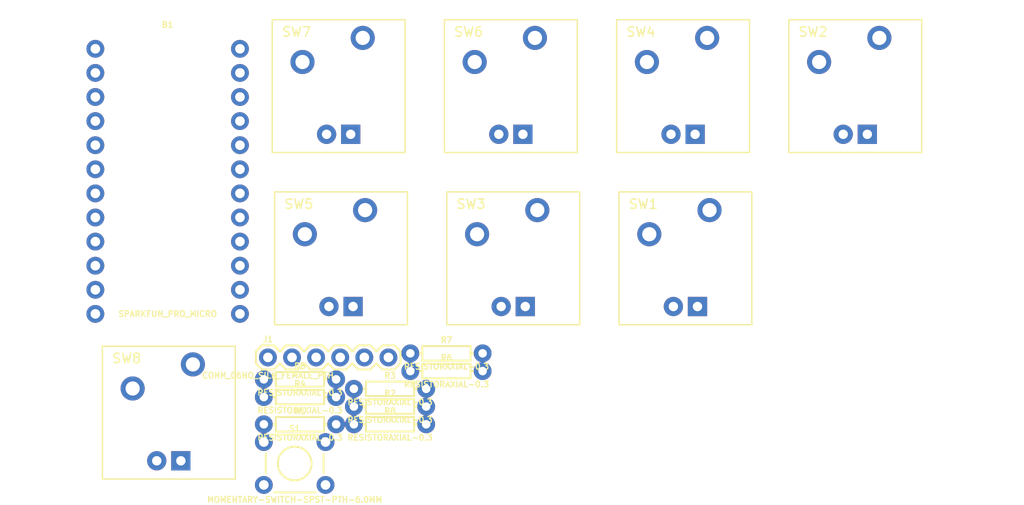
<source format=kicad_pcb>
(kicad_pcb (version 20171130) (host pcbnew 5.0.2-bee76a0~70~ubuntu18.04.1)

  (general
    (thickness 1.6)
    (drawings 0)
    (tracks 0)
    (zones 0)
    (modules 19)
    (nets 31)
  )

  (page A4)
  (layers
    (0 F.Cu signal)
    (31 B.Cu signal)
    (32 B.Adhes user)
    (33 F.Adhes user)
    (34 B.Paste user)
    (35 F.Paste user)
    (36 B.SilkS user)
    (37 F.SilkS user)
    (38 B.Mask user)
    (39 F.Mask user)
    (40 Dwgs.User user)
    (41 Cmts.User user)
    (42 Eco1.User user)
    (43 Eco2.User user)
    (44 Edge.Cuts user)
    (45 Margin user)
    (46 B.CrtYd user)
    (47 F.CrtYd user)
    (48 B.Fab user)
    (49 F.Fab user)
  )

  (setup
    (last_trace_width 0.25)
    (trace_clearance 0.2)
    (zone_clearance 0.508)
    (zone_45_only no)
    (trace_min 0.2)
    (segment_width 0.2)
    (edge_width 0.1)
    (via_size 0.8)
    (via_drill 0.4)
    (via_min_size 0.4)
    (via_min_drill 0.3)
    (uvia_size 0.3)
    (uvia_drill 0.1)
    (uvias_allowed no)
    (uvia_min_size 0.2)
    (uvia_min_drill 0.1)
    (pcb_text_width 0.3)
    (pcb_text_size 1.5 1.5)
    (mod_edge_width 0.15)
    (mod_text_size 1 1)
    (mod_text_width 0.15)
    (pad_size 1.5 1.5)
    (pad_drill 0.6)
    (pad_to_mask_clearance 0)
    (aux_axis_origin 0 0)
    (visible_elements FFFFFF7F)
    (pcbplotparams
      (layerselection 0x010fc_ffffffff)
      (usegerberextensions false)
      (usegerberattributes false)
      (usegerberadvancedattributes false)
      (creategerberjobfile false)
      (excludeedgelayer true)
      (linewidth 0.100000)
      (plotframeref false)
      (viasonmask false)
      (mode 1)
      (useauxorigin false)
      (hpglpennumber 1)
      (hpglpenspeed 20)
      (hpglpendiameter 15.000000)
      (psnegative false)
      (psa4output false)
      (plotreference true)
      (plotvalue true)
      (plotinvisibletext false)
      (padsonsilk false)
      (subtractmaskfromsilk false)
      (outputformat 1)
      (mirror false)
      (drillshape 1)
      (scaleselection 1)
      (outputdirectory ""))
  )

  (net 0 "")
  (net 1 TX)
  (net 2 RX)
  (net 3 GND)
  (net 4 LED1)
  (net 5 LED2)
  (net 6 LED3)
  (net 7 LED4)
  (net 8 LED5)
  (net 9 LED6)
  (net 10 LED7)
  (net 11 LED8)
  (net 12 KEY8)
  (net 13 KEY7)
  (net 14 KEY6)
  (net 15 KEY5)
  (net 16 KEY4)
  (net 17 KEY3)
  (net 18 KEY2)
  (net 19 KEY1)
  (net 20 VCC)
  (net 21 RESET)
  (net 22 VIN)
  (net 23 "Net-(R1-PadP$2)")
  (net 24 "Net-(R2-PadP$2)")
  (net 25 "Net-(R3-PadP$2)")
  (net 26 "Net-(R4-PadP$2)")
  (net 27 "Net-(R5-PadP$2)")
  (net 28 "Net-(R6-PadP$2)")
  (net 29 "Net-(R7-PadP$2)")
  (net 30 "Net-(R8-PadP$2)")

  (net_class Default "This is the default net class."
    (clearance 0.2)
    (trace_width 0.25)
    (via_dia 0.8)
    (via_drill 0.4)
    (uvia_dia 0.3)
    (uvia_drill 0.1)
    (add_net GND)
    (add_net KEY1)
    (add_net KEY2)
    (add_net KEY3)
    (add_net KEY4)
    (add_net KEY5)
    (add_net KEY6)
    (add_net KEY7)
    (add_net KEY8)
    (add_net LED1)
    (add_net LED2)
    (add_net LED3)
    (add_net LED4)
    (add_net LED5)
    (add_net LED6)
    (add_net LED7)
    (add_net LED8)
    (add_net "Net-(R1-PadP$2)")
    (add_net "Net-(R2-PadP$2)")
    (add_net "Net-(R3-PadP$2)")
    (add_net "Net-(R4-PadP$2)")
    (add_net "Net-(R5-PadP$2)")
    (add_net "Net-(R6-PadP$2)")
    (add_net "Net-(R7-PadP$2)")
    (add_net "Net-(R8-PadP$2)")
    (add_net RESET)
    (add_net RX)
    (add_net TX)
    (add_net VCC)
    (add_net VIN)
  )

  (module Boards:SPARKFUN_PRO_MICRO (layer F.Cu) (tedit 200000) (tstamp 5C782A77)
    (at 108.953501 90.343501)
    (descr "SPARKFUN PRO MICO FOOTPRINT (WITH USB CONNECTOR)")
    (tags "SPARKFUN PRO MICO FOOTPRINT (WITH USB CONNECTOR)")
    (path /5C4E3640)
    (attr virtual)
    (fp_text reference B1 (at 0 -15.24) (layer F.SilkS)
      (effects (font (size 0.6096 0.6096) (thickness 0.127)))
    )
    (fp_text value SPARKFUN_PRO_MICRO (at 0 15.24) (layer F.SilkS)
      (effects (font (size 0.6096 0.6096) (thickness 0.127)))
    )
    (fp_line (start -8.89 -16.51) (end -8.89 16.51) (layer Dwgs.User) (width 0.127))
    (fp_line (start -8.89 16.51) (end 8.89 16.51) (layer Dwgs.User) (width 0.127))
    (fp_line (start 8.89 16.51) (end 8.89 -16.51) (layer Dwgs.User) (width 0.127))
    (fp_line (start 8.89 -16.51) (end -8.89 -16.51) (layer Dwgs.User) (width 0.127))
    (fp_line (start -3.81 -16.51) (end -3.81 -17.78) (layer Dwgs.User) (width 0.127))
    (fp_line (start -3.81 -17.78) (end 3.81 -17.78) (layer Dwgs.User) (width 0.127))
    (fp_line (start 3.81 -17.78) (end 3.81 -16.51) (layer Dwgs.User) (width 0.127))
    (fp_text user USB (at -0.0508 -16.9164) (layer Dwgs.User)
      (effects (font (size 0.8128 0.8128) (thickness 0.1524)))
    )
    (pad 1 thru_hole circle (at -7.62 -12.7) (size 1.8796 1.8796) (drill 1.016) (layers *.Cu *.Mask)
      (net 1 TX) (solder_mask_margin 0.1016))
    (pad 2 thru_hole circle (at -7.62 -10.16) (size 1.8796 1.8796) (drill 1.016) (layers *.Cu *.Mask)
      (net 2 RX) (solder_mask_margin 0.1016))
    (pad 3 thru_hole circle (at -7.62 -7.62) (size 1.8796 1.8796) (drill 1.016) (layers *.Cu *.Mask)
      (net 3 GND) (solder_mask_margin 0.1016))
    (pad 4 thru_hole circle (at -7.62 -5.08) (size 1.8796 1.8796) (drill 1.016) (layers *.Cu *.Mask)
      (net 3 GND) (solder_mask_margin 0.1016))
    (pad 5 thru_hole circle (at -7.62 -2.54) (size 1.8796 1.8796) (drill 1.016) (layers *.Cu *.Mask)
      (net 4 LED1) (solder_mask_margin 0.1016))
    (pad 6 thru_hole circle (at -7.62 0) (size 1.8796 1.8796) (drill 1.016) (layers *.Cu *.Mask)
      (net 5 LED2) (solder_mask_margin 0.1016))
    (pad 7 thru_hole circle (at -7.62 2.54) (size 1.8796 1.8796) (drill 1.016) (layers *.Cu *.Mask)
      (net 6 LED3) (solder_mask_margin 0.1016))
    (pad 8 thru_hole circle (at -7.62 5.08) (size 1.8796 1.8796) (drill 1.016) (layers *.Cu *.Mask)
      (net 7 LED4) (solder_mask_margin 0.1016))
    (pad 9 thru_hole circle (at -7.62 7.62) (size 1.8796 1.8796) (drill 1.016) (layers *.Cu *.Mask)
      (net 8 LED5) (solder_mask_margin 0.1016))
    (pad 10 thru_hole circle (at -7.62 10.16) (size 1.8796 1.8796) (drill 1.016) (layers *.Cu *.Mask)
      (net 9 LED6) (solder_mask_margin 0.1016))
    (pad 11 thru_hole circle (at -7.62 12.7) (size 1.8796 1.8796) (drill 1.016) (layers *.Cu *.Mask)
      (net 10 LED7) (solder_mask_margin 0.1016))
    (pad 12 thru_hole circle (at -7.62 15.24) (size 1.8796 1.8796) (drill 1.016) (layers *.Cu *.Mask)
      (net 11 LED8) (solder_mask_margin 0.1016))
    (pad 13 thru_hole circle (at 7.62 15.24) (size 1.8796 1.8796) (drill 1.016) (layers *.Cu *.Mask)
      (net 12 KEY8) (solder_mask_margin 0.1016))
    (pad 14 thru_hole circle (at 7.62 12.7) (size 1.8796 1.8796) (drill 1.016) (layers *.Cu *.Mask)
      (net 13 KEY7) (solder_mask_margin 0.1016))
    (pad 15 thru_hole circle (at 7.62 10.16) (size 1.8796 1.8796) (drill 1.016) (layers *.Cu *.Mask)
      (net 14 KEY6) (solder_mask_margin 0.1016))
    (pad 16 thru_hole circle (at 7.62 7.62) (size 1.8796 1.8796) (drill 1.016) (layers *.Cu *.Mask)
      (net 15 KEY5) (solder_mask_margin 0.1016))
    (pad 17 thru_hole circle (at 7.62 5.08) (size 1.8796 1.8796) (drill 1.016) (layers *.Cu *.Mask)
      (net 16 KEY4) (solder_mask_margin 0.1016))
    (pad 18 thru_hole circle (at 7.62 2.54) (size 1.8796 1.8796) (drill 1.016) (layers *.Cu *.Mask)
      (net 17 KEY3) (solder_mask_margin 0.1016))
    (pad 19 thru_hole circle (at 7.62 0) (size 1.8796 1.8796) (drill 1.016) (layers *.Cu *.Mask)
      (net 18 KEY2) (solder_mask_margin 0.1016))
    (pad 20 thru_hole circle (at 7.62 -2.54) (size 1.8796 1.8796) (drill 1.016) (layers *.Cu *.Mask)
      (net 19 KEY1) (solder_mask_margin 0.1016))
    (pad 21 thru_hole circle (at 7.62 -5.08) (size 1.8796 1.8796) (drill 1.016) (layers *.Cu *.Mask)
      (net 20 VCC) (solder_mask_margin 0.1016))
    (pad 22 thru_hole circle (at 7.62 -7.62) (size 1.8796 1.8796) (drill 1.016) (layers *.Cu *.Mask)
      (net 21 RESET) (solder_mask_margin 0.1016))
    (pad 23 thru_hole circle (at 7.62 -10.16) (size 1.8796 1.8796) (drill 1.016) (layers *.Cu *.Mask)
      (net 3 GND) (solder_mask_margin 0.1016))
    (pad 24 thru_hole circle (at 7.62 -12.7) (size 1.8796 1.8796) (drill 1.016) (layers *.Cu *.Mask)
      (net 22 VIN) (solder_mask_margin 0.1016))
  )

  (module Connectors:1X06 (layer F.Cu) (tedit 5963D43D) (tstamp 5C782AA7)
    (at 119.521601 110.171601)
    (descr "PLATED THROUGH HOLE - 6 PIN")
    (tags "PLATED THROUGH HOLE - 6 PIN")
    (path /5C608D79)
    (attr virtual)
    (fp_text reference J1 (at 0 -1.905) (layer F.SilkS)
      (effects (font (size 0.6096 0.6096) (thickness 0.127)))
    )
    (fp_text value CONN_06NO_SILK_FEMALE_PTH (at 0 1.905) (layer F.SilkS)
      (effects (font (size 0.6096 0.6096) (thickness 0.127)))
    )
    (fp_line (start 11.43 -0.635) (end 12.065 -1.27) (layer F.SilkS) (width 0.2032))
    (fp_line (start 12.065 -1.27) (end 13.335 -1.27) (layer F.SilkS) (width 0.2032))
    (fp_line (start 13.335 -1.27) (end 13.97 -0.635) (layer F.SilkS) (width 0.2032))
    (fp_line (start 13.97 0.635) (end 13.335 1.27) (layer F.SilkS) (width 0.2032))
    (fp_line (start 13.335 1.27) (end 12.065 1.27) (layer F.SilkS) (width 0.2032))
    (fp_line (start 12.065 1.27) (end 11.43 0.635) (layer F.SilkS) (width 0.2032))
    (fp_line (start 6.985 -1.27) (end 8.255 -1.27) (layer F.SilkS) (width 0.2032))
    (fp_line (start 8.255 -1.27) (end 8.89 -0.635) (layer F.SilkS) (width 0.2032))
    (fp_line (start 8.89 0.635) (end 8.255 1.27) (layer F.SilkS) (width 0.2032))
    (fp_line (start 8.89 -0.635) (end 9.525 -1.27) (layer F.SilkS) (width 0.2032))
    (fp_line (start 9.525 -1.27) (end 10.795 -1.27) (layer F.SilkS) (width 0.2032))
    (fp_line (start 10.795 -1.27) (end 11.43 -0.635) (layer F.SilkS) (width 0.2032))
    (fp_line (start 11.43 0.635) (end 10.795 1.27) (layer F.SilkS) (width 0.2032))
    (fp_line (start 10.795 1.27) (end 9.525 1.27) (layer F.SilkS) (width 0.2032))
    (fp_line (start 9.525 1.27) (end 8.89 0.635) (layer F.SilkS) (width 0.2032))
    (fp_line (start 3.81 -0.635) (end 4.445 -1.27) (layer F.SilkS) (width 0.2032))
    (fp_line (start 4.445 -1.27) (end 5.715 -1.27) (layer F.SilkS) (width 0.2032))
    (fp_line (start 5.715 -1.27) (end 6.35 -0.635) (layer F.SilkS) (width 0.2032))
    (fp_line (start 6.35 0.635) (end 5.715 1.27) (layer F.SilkS) (width 0.2032))
    (fp_line (start 5.715 1.27) (end 4.445 1.27) (layer F.SilkS) (width 0.2032))
    (fp_line (start 4.445 1.27) (end 3.81 0.635) (layer F.SilkS) (width 0.2032))
    (fp_line (start 6.985 -1.27) (end 6.35 -0.635) (layer F.SilkS) (width 0.2032))
    (fp_line (start 6.35 0.635) (end 6.985 1.27) (layer F.SilkS) (width 0.2032))
    (fp_line (start 8.255 1.27) (end 6.985 1.27) (layer F.SilkS) (width 0.2032))
    (fp_line (start -0.635 -1.27) (end 0.635 -1.27) (layer F.SilkS) (width 0.2032))
    (fp_line (start 0.635 -1.27) (end 1.27 -0.635) (layer F.SilkS) (width 0.2032))
    (fp_line (start 1.27 0.635) (end 0.635 1.27) (layer F.SilkS) (width 0.2032))
    (fp_line (start 1.27 -0.635) (end 1.905 -1.27) (layer F.SilkS) (width 0.2032))
    (fp_line (start 1.905 -1.27) (end 3.175 -1.27) (layer F.SilkS) (width 0.2032))
    (fp_line (start 3.175 -1.27) (end 3.81 -0.635) (layer F.SilkS) (width 0.2032))
    (fp_line (start 3.81 0.635) (end 3.175 1.27) (layer F.SilkS) (width 0.2032))
    (fp_line (start 3.175 1.27) (end 1.905 1.27) (layer F.SilkS) (width 0.2032))
    (fp_line (start 1.905 1.27) (end 1.27 0.635) (layer F.SilkS) (width 0.2032))
    (fp_line (start -1.27 -0.635) (end -1.27 0.635) (layer F.SilkS) (width 0.2032))
    (fp_line (start -0.635 -1.27) (end -1.27 -0.635) (layer F.SilkS) (width 0.2032))
    (fp_line (start -1.27 0.635) (end -0.635 1.27) (layer F.SilkS) (width 0.2032))
    (fp_line (start 0.635 1.27) (end -0.635 1.27) (layer F.SilkS) (width 0.2032))
    (fp_line (start 13.97 -0.635) (end 13.97 0.635) (layer F.SilkS) (width 0.2032))
    (pad 1 thru_hole circle (at 0 0) (size 1.8796 1.8796) (drill 1.016) (layers *.Cu *.Mask)
      (net 20 VCC) (solder_mask_margin 0.1016))
    (pad 2 thru_hole circle (at 2.54 0) (size 1.8796 1.8796) (drill 1.016) (layers *.Cu *.Mask)
      (net 22 VIN) (solder_mask_margin 0.1016))
    (pad 3 thru_hole circle (at 5.08 0) (size 1.8796 1.8796) (drill 1.016) (layers *.Cu *.Mask)
      (net 1 TX) (solder_mask_margin 0.1016))
    (pad 4 thru_hole circle (at 7.62 0) (size 1.8796 1.8796) (drill 1.016) (layers *.Cu *.Mask)
      (net 2 RX) (solder_mask_margin 0.1016))
    (pad 5 thru_hole circle (at 10.16 0) (size 1.8796 1.8796) (drill 1.016) (layers *.Cu *.Mask)
      (net 21 RESET) (solder_mask_margin 0.1016))
    (pad 6 thru_hole circle (at 12.7 0) (size 1.8796 1.8796) (drill 1.016) (layers *.Cu *.Mask)
      (net 3 GND) (solder_mask_margin 0.1016))
  )

  (module Resistors:AXIAL-0.3 (layer F.Cu) (tedit 200000) (tstamp 5C782AB5)
    (at 122.8998 117.2198)
    (descr AXIAL-0.3)
    (tags AXIAL-0.3)
    (path /5C62D37B)
    (attr virtual)
    (fp_text reference R1 (at 0 -1.397) (layer F.SilkS)
      (effects (font (size 0.6096 0.6096) (thickness 0.127)))
    )
    (fp_text value RESISTORAXIAL-0.3 (at 0 1.397) (layer F.SilkS)
      (effects (font (size 0.6096 0.6096) (thickness 0.127)))
    )
    (fp_line (start -2.54 -0.762) (end 2.54 -0.762) (layer F.SilkS) (width 0.2032))
    (fp_line (start 2.54 -0.762) (end 2.54 0) (layer F.SilkS) (width 0.2032))
    (fp_line (start 2.54 0) (end 2.54 0.762) (layer F.SilkS) (width 0.2032))
    (fp_line (start 2.54 0.762) (end -2.54 0.762) (layer F.SilkS) (width 0.2032))
    (fp_line (start -2.54 0.762) (end -2.54 0) (layer F.SilkS) (width 0.2032))
    (fp_line (start -2.54 0) (end -2.54 -0.762) (layer F.SilkS) (width 0.2032))
    (fp_line (start 2.54 0) (end 2.794 0) (layer F.SilkS) (width 0.2032))
    (fp_line (start -2.54 0) (end -2.794 0) (layer F.SilkS) (width 0.2032))
    (pad P$1 thru_hole circle (at -3.81 0) (size 1.8796 1.8796) (drill 0.89916) (layers *.Cu *.Mask)
      (net 4 LED1) (solder_mask_margin 0.1016))
    (pad P$2 thru_hole circle (at 3.81 0) (size 1.8796 1.8796) (drill 0.89916) (layers *.Cu *.Mask)
      (net 23 "Net-(R1-PadP$2)") (solder_mask_margin 0.1016))
  )

  (module Resistors:AXIAL-0.3 (layer F.Cu) (tedit 200000) (tstamp 5C782AC3)
    (at 132.3898 115.3498)
    (descr AXIAL-0.3)
    (tags AXIAL-0.3)
    (path /5C53424C)
    (attr virtual)
    (fp_text reference R2 (at 0 -1.397) (layer F.SilkS)
      (effects (font (size 0.6096 0.6096) (thickness 0.127)))
    )
    (fp_text value RESISTORAXIAL-0.3 (at 0 1.397) (layer F.SilkS)
      (effects (font (size 0.6096 0.6096) (thickness 0.127)))
    )
    (fp_line (start -2.54 -0.762) (end 2.54 -0.762) (layer F.SilkS) (width 0.2032))
    (fp_line (start 2.54 -0.762) (end 2.54 0) (layer F.SilkS) (width 0.2032))
    (fp_line (start 2.54 0) (end 2.54 0.762) (layer F.SilkS) (width 0.2032))
    (fp_line (start 2.54 0.762) (end -2.54 0.762) (layer F.SilkS) (width 0.2032))
    (fp_line (start -2.54 0.762) (end -2.54 0) (layer F.SilkS) (width 0.2032))
    (fp_line (start -2.54 0) (end -2.54 -0.762) (layer F.SilkS) (width 0.2032))
    (fp_line (start 2.54 0) (end 2.794 0) (layer F.SilkS) (width 0.2032))
    (fp_line (start -2.54 0) (end -2.794 0) (layer F.SilkS) (width 0.2032))
    (pad P$1 thru_hole circle (at -3.81 0) (size 1.8796 1.8796) (drill 0.89916) (layers *.Cu *.Mask)
      (net 5 LED2) (solder_mask_margin 0.1016))
    (pad P$2 thru_hole circle (at 3.81 0) (size 1.8796 1.8796) (drill 0.89916) (layers *.Cu *.Mask)
      (net 24 "Net-(R2-PadP$2)") (solder_mask_margin 0.1016))
  )

  (module Resistors:AXIAL-0.3 (layer F.Cu) (tedit 200000) (tstamp 5C782AD1)
    (at 132.3898 113.4798)
    (descr AXIAL-0.3)
    (tags AXIAL-0.3)
    (path /5C5360C8)
    (attr virtual)
    (fp_text reference R3 (at 0 -1.397) (layer F.SilkS)
      (effects (font (size 0.6096 0.6096) (thickness 0.127)))
    )
    (fp_text value RESISTORAXIAL-0.3 (at 0 1.397) (layer F.SilkS)
      (effects (font (size 0.6096 0.6096) (thickness 0.127)))
    )
    (fp_line (start -2.54 0) (end -2.794 0) (layer F.SilkS) (width 0.2032))
    (fp_line (start 2.54 0) (end 2.794 0) (layer F.SilkS) (width 0.2032))
    (fp_line (start -2.54 0) (end -2.54 -0.762) (layer F.SilkS) (width 0.2032))
    (fp_line (start -2.54 0.762) (end -2.54 0) (layer F.SilkS) (width 0.2032))
    (fp_line (start 2.54 0.762) (end -2.54 0.762) (layer F.SilkS) (width 0.2032))
    (fp_line (start 2.54 0) (end 2.54 0.762) (layer F.SilkS) (width 0.2032))
    (fp_line (start 2.54 -0.762) (end 2.54 0) (layer F.SilkS) (width 0.2032))
    (fp_line (start -2.54 -0.762) (end 2.54 -0.762) (layer F.SilkS) (width 0.2032))
    (pad P$2 thru_hole circle (at 3.81 0) (size 1.8796 1.8796) (drill 0.89916) (layers *.Cu *.Mask)
      (net 25 "Net-(R3-PadP$2)") (solder_mask_margin 0.1016))
    (pad P$1 thru_hole circle (at -3.81 0) (size 1.8796 1.8796) (drill 0.89916) (layers *.Cu *.Mask)
      (net 6 LED3) (solder_mask_margin 0.1016))
  )

  (module Resistors:AXIAL-0.3 (layer F.Cu) (tedit 200000) (tstamp 5C782ADF)
    (at 122.8998 114.3498)
    (descr AXIAL-0.3)
    (tags AXIAL-0.3)
    (path /5C5360F8)
    (attr virtual)
    (fp_text reference R4 (at 0 -1.397) (layer F.SilkS)
      (effects (font (size 0.6096 0.6096) (thickness 0.127)))
    )
    (fp_text value RESISTORAXIAL-0.3 (at 0 1.397) (layer F.SilkS)
      (effects (font (size 0.6096 0.6096) (thickness 0.127)))
    )
    (fp_line (start -2.54 -0.762) (end 2.54 -0.762) (layer F.SilkS) (width 0.2032))
    (fp_line (start 2.54 -0.762) (end 2.54 0) (layer F.SilkS) (width 0.2032))
    (fp_line (start 2.54 0) (end 2.54 0.762) (layer F.SilkS) (width 0.2032))
    (fp_line (start 2.54 0.762) (end -2.54 0.762) (layer F.SilkS) (width 0.2032))
    (fp_line (start -2.54 0.762) (end -2.54 0) (layer F.SilkS) (width 0.2032))
    (fp_line (start -2.54 0) (end -2.54 -0.762) (layer F.SilkS) (width 0.2032))
    (fp_line (start 2.54 0) (end 2.794 0) (layer F.SilkS) (width 0.2032))
    (fp_line (start -2.54 0) (end -2.794 0) (layer F.SilkS) (width 0.2032))
    (pad P$1 thru_hole circle (at -3.81 0) (size 1.8796 1.8796) (drill 0.89916) (layers *.Cu *.Mask)
      (net 7 LED4) (solder_mask_margin 0.1016))
    (pad P$2 thru_hole circle (at 3.81 0) (size 1.8796 1.8796) (drill 0.89916) (layers *.Cu *.Mask)
      (net 26 "Net-(R4-PadP$2)") (solder_mask_margin 0.1016))
  )

  (module Resistors:AXIAL-0.3 (layer F.Cu) (tedit 200000) (tstamp 5C782AED)
    (at 122.8998 112.4798)
    (descr AXIAL-0.3)
    (tags AXIAL-0.3)
    (path /5C532EE6)
    (attr virtual)
    (fp_text reference R5 (at 0 -1.397) (layer F.SilkS)
      (effects (font (size 0.6096 0.6096) (thickness 0.127)))
    )
    (fp_text value RESISTORAXIAL-0.3 (at 0 1.397) (layer F.SilkS)
      (effects (font (size 0.6096 0.6096) (thickness 0.127)))
    )
    (fp_line (start -2.54 -0.762) (end 2.54 -0.762) (layer F.SilkS) (width 0.2032))
    (fp_line (start 2.54 -0.762) (end 2.54 0) (layer F.SilkS) (width 0.2032))
    (fp_line (start 2.54 0) (end 2.54 0.762) (layer F.SilkS) (width 0.2032))
    (fp_line (start 2.54 0.762) (end -2.54 0.762) (layer F.SilkS) (width 0.2032))
    (fp_line (start -2.54 0.762) (end -2.54 0) (layer F.SilkS) (width 0.2032))
    (fp_line (start -2.54 0) (end -2.54 -0.762) (layer F.SilkS) (width 0.2032))
    (fp_line (start 2.54 0) (end 2.794 0) (layer F.SilkS) (width 0.2032))
    (fp_line (start -2.54 0) (end -2.794 0) (layer F.SilkS) (width 0.2032))
    (pad P$1 thru_hole circle (at -3.81 0) (size 1.8796 1.8796) (drill 0.89916) (layers *.Cu *.Mask)
      (net 8 LED5) (solder_mask_margin 0.1016))
    (pad P$2 thru_hole circle (at 3.81 0) (size 1.8796 1.8796) (drill 0.89916) (layers *.Cu *.Mask)
      (net 27 "Net-(R5-PadP$2)") (solder_mask_margin 0.1016))
  )

  (module Resistors:AXIAL-0.3 (layer F.Cu) (tedit 200000) (tstamp 5C782AFB)
    (at 138.3398 111.6098)
    (descr AXIAL-0.3)
    (tags AXIAL-0.3)
    (path /5C534264)
    (attr virtual)
    (fp_text reference R6 (at 0 -1.397) (layer F.SilkS)
      (effects (font (size 0.6096 0.6096) (thickness 0.127)))
    )
    (fp_text value RESISTORAXIAL-0.3 (at 0 1.397) (layer F.SilkS)
      (effects (font (size 0.6096 0.6096) (thickness 0.127)))
    )
    (fp_line (start -2.54 0) (end -2.794 0) (layer F.SilkS) (width 0.2032))
    (fp_line (start 2.54 0) (end 2.794 0) (layer F.SilkS) (width 0.2032))
    (fp_line (start -2.54 0) (end -2.54 -0.762) (layer F.SilkS) (width 0.2032))
    (fp_line (start -2.54 0.762) (end -2.54 0) (layer F.SilkS) (width 0.2032))
    (fp_line (start 2.54 0.762) (end -2.54 0.762) (layer F.SilkS) (width 0.2032))
    (fp_line (start 2.54 0) (end 2.54 0.762) (layer F.SilkS) (width 0.2032))
    (fp_line (start 2.54 -0.762) (end 2.54 0) (layer F.SilkS) (width 0.2032))
    (fp_line (start -2.54 -0.762) (end 2.54 -0.762) (layer F.SilkS) (width 0.2032))
    (pad P$2 thru_hole circle (at 3.81 0) (size 1.8796 1.8796) (drill 0.89916) (layers *.Cu *.Mask)
      (net 28 "Net-(R6-PadP$2)") (solder_mask_margin 0.1016))
    (pad P$1 thru_hole circle (at -3.81 0) (size 1.8796 1.8796) (drill 0.89916) (layers *.Cu *.Mask)
      (net 9 LED6) (solder_mask_margin 0.1016))
  )

  (module Resistors:AXIAL-0.3 (layer F.Cu) (tedit 200000) (tstamp 5C782B09)
    (at 138.3398 109.7398)
    (descr AXIAL-0.3)
    (tags AXIAL-0.3)
    (path /5C5360E0)
    (attr virtual)
    (fp_text reference R7 (at 0 -1.397) (layer F.SilkS)
      (effects (font (size 0.6096 0.6096) (thickness 0.127)))
    )
    (fp_text value RESISTORAXIAL-0.3 (at 0 1.397) (layer F.SilkS)
      (effects (font (size 0.6096 0.6096) (thickness 0.127)))
    )
    (fp_line (start -2.54 0) (end -2.794 0) (layer F.SilkS) (width 0.2032))
    (fp_line (start 2.54 0) (end 2.794 0) (layer F.SilkS) (width 0.2032))
    (fp_line (start -2.54 0) (end -2.54 -0.762) (layer F.SilkS) (width 0.2032))
    (fp_line (start -2.54 0.762) (end -2.54 0) (layer F.SilkS) (width 0.2032))
    (fp_line (start 2.54 0.762) (end -2.54 0.762) (layer F.SilkS) (width 0.2032))
    (fp_line (start 2.54 0) (end 2.54 0.762) (layer F.SilkS) (width 0.2032))
    (fp_line (start 2.54 -0.762) (end 2.54 0) (layer F.SilkS) (width 0.2032))
    (fp_line (start -2.54 -0.762) (end 2.54 -0.762) (layer F.SilkS) (width 0.2032))
    (pad P$2 thru_hole circle (at 3.81 0) (size 1.8796 1.8796) (drill 0.89916) (layers *.Cu *.Mask)
      (net 29 "Net-(R7-PadP$2)") (solder_mask_margin 0.1016))
    (pad P$1 thru_hole circle (at -3.81 0) (size 1.8796 1.8796) (drill 0.89916) (layers *.Cu *.Mask)
      (net 10 LED7) (solder_mask_margin 0.1016))
  )

  (module Resistors:AXIAL-0.3 (layer F.Cu) (tedit 200000) (tstamp 5C782B17)
    (at 132.3898 117.2198)
    (descr AXIAL-0.3)
    (tags AXIAL-0.3)
    (path /5C536110)
    (attr virtual)
    (fp_text reference R8 (at 0 -1.397) (layer F.SilkS)
      (effects (font (size 0.6096 0.6096) (thickness 0.127)))
    )
    (fp_text value RESISTORAXIAL-0.3 (at 0 1.397) (layer F.SilkS)
      (effects (font (size 0.6096 0.6096) (thickness 0.127)))
    )
    (fp_line (start -2.54 0) (end -2.794 0) (layer F.SilkS) (width 0.2032))
    (fp_line (start 2.54 0) (end 2.794 0) (layer F.SilkS) (width 0.2032))
    (fp_line (start -2.54 0) (end -2.54 -0.762) (layer F.SilkS) (width 0.2032))
    (fp_line (start -2.54 0.762) (end -2.54 0) (layer F.SilkS) (width 0.2032))
    (fp_line (start 2.54 0.762) (end -2.54 0.762) (layer F.SilkS) (width 0.2032))
    (fp_line (start 2.54 0) (end 2.54 0.762) (layer F.SilkS) (width 0.2032))
    (fp_line (start 2.54 -0.762) (end 2.54 0) (layer F.SilkS) (width 0.2032))
    (fp_line (start -2.54 -0.762) (end 2.54 -0.762) (layer F.SilkS) (width 0.2032))
    (pad P$2 thru_hole circle (at 3.81 0) (size 1.8796 1.8796) (drill 0.89916) (layers *.Cu *.Mask)
      (net 30 "Net-(R8-PadP$2)") (solder_mask_margin 0.1016))
    (pad P$1 thru_hole circle (at -3.81 0) (size 1.8796 1.8796) (drill 0.89916) (layers *.Cu *.Mask)
      (net 11 LED8) (solder_mask_margin 0.1016))
  )

  (module Switches:TACTILE_SWITCH_PTH_6.0MM (layer F.Cu) (tedit 200000) (tstamp 5C782B33)
    (at 122.341 121.3504)
    (descr "MOMENTARY SWITCH (PUSHBUTTON) - SPST - PTH, 6.0MM SQUARE")
    (tags "MOMENTARY SWITCH (PUSHBUTTON) - SPST - PTH, 6.0MM SQUARE")
    (path /5C53698D)
    (attr virtual)
    (fp_text reference S1 (at 0 -3.683) (layer F.SilkS)
      (effects (font (size 0.6096 0.6096) (thickness 0.127)))
    )
    (fp_text value MOMENTARY-SWITCH-SPST-PTH-6.0MM (at 0 3.81) (layer F.SilkS)
      (effects (font (size 0.6096 0.6096) (thickness 0.127)))
    )
    (fp_line (start 3.048 -1.016) (end 3.048 -2.54) (layer Dwgs.User) (width 0.2032))
    (fp_line (start 3.048 -2.54) (end 2.54 -3.048) (layer Dwgs.User) (width 0.2032))
    (fp_line (start 2.54 3.048) (end 3.048 2.54) (layer Dwgs.User) (width 0.2032))
    (fp_line (start 3.048 2.54) (end 3.048 1.016) (layer Dwgs.User) (width 0.2032))
    (fp_line (start -2.54 -3.048) (end -3.048 -2.54) (layer Dwgs.User) (width 0.2032))
    (fp_line (start -3.048 -2.54) (end -3.048 -1.016) (layer Dwgs.User) (width 0.2032))
    (fp_line (start -2.54 3.048) (end -3.048 2.54) (layer Dwgs.User) (width 0.2032))
    (fp_line (start -3.048 2.54) (end -3.048 1.016) (layer Dwgs.User) (width 0.2032))
    (fp_line (start 2.54 3.048) (end 2.159 3.048) (layer Dwgs.User) (width 0.2032))
    (fp_line (start -2.54 3.048) (end -2.159 3.048) (layer Dwgs.User) (width 0.2032))
    (fp_line (start -2.54 -3.048) (end -2.159 -3.048) (layer Dwgs.User) (width 0.2032))
    (fp_line (start 2.54 -3.048) (end 2.159 -3.048) (layer Dwgs.User) (width 0.2032))
    (fp_line (start 2.159 -3.048) (end -2.159 -3.048) (layer F.SilkS) (width 0.2032))
    (fp_line (start -2.159 3.048) (end 2.159 3.048) (layer F.SilkS) (width 0.2032))
    (fp_line (start 3.048 -0.99568) (end 3.048 1.016) (layer F.SilkS) (width 0.2032))
    (fp_line (start -3.048 -1.02616) (end -3.048 1.016) (layer F.SilkS) (width 0.2032))
    (fp_line (start -2.54 -1.27) (end -2.54 -0.508) (layer Dwgs.User) (width 0.2032))
    (fp_line (start -2.54 0.508) (end -2.54 1.27) (layer Dwgs.User) (width 0.2032))
    (fp_line (start -2.54 -0.508) (end -2.159 0.381) (layer Dwgs.User) (width 0.2032))
    (fp_circle (center 0 0) (end 0 -1.778) (layer F.SilkS) (width 0.2032))
    (pad 1 thru_hole circle (at -3.2512 -2.2606) (size 1.8796 1.8796) (drill 1.016) (layers *.Cu *.Mask)
      (net 21 RESET) (solder_mask_margin 0.1016))
    (pad 2 thru_hole circle (at 3.2512 -2.2606) (size 1.8796 1.8796) (drill 1.016) (layers *.Cu *.Mask)
      (solder_mask_margin 0.1016))
    (pad 3 thru_hole circle (at -3.2512 2.2606) (size 1.8796 1.8796) (drill 1.016) (layers *.Cu *.Mask)
      (net 3 GND) (solder_mask_margin 0.1016))
    (pad 4 thru_hole circle (at 3.2512 2.2606) (size 1.8796 1.8796) (drill 1.016) (layers *.Cu *.Mask)
      (solder_mask_margin 0.1016))
  )

  (module libkeyswitch-1_0_0:MX_LED (layer F.Cu) (tedit 5C7067F0) (tstamp 5C782B46)
    (at 163.525001 99.725001)
    (path /5C62C44F)
    (fp_text reference SW1 (at -4.445 -5.715) (layer F.SilkS)
      (effects (font (size 1 1) (thickness 0.15)))
    )
    (fp_text value MOMENTARY-SWITCH-SPST-LED-PTH-CHERRY (at 0 -8) (layer F.Fab)
      (effects (font (size 1 1) (thickness 0.15)))
    )
    (fp_line (start 7 -7) (end -7 -7) (layer F.SilkS) (width 0.15))
    (fp_line (start 7 7) (end 7 -7) (layer F.SilkS) (width 0.15))
    (fp_line (start -7 7) (end 7 7) (layer F.SilkS) (width 0.15))
    (fp_line (start -7 -7) (end -7 7) (layer F.SilkS) (width 0.15))
    (fp_line (start -9 -9) (end 9 -9) (layer F.CrtYd) (width 0.15))
    (fp_line (start 9 -9) (end 9 9) (layer F.CrtYd) (width 0.15))
    (fp_line (start 9 9) (end -9 9) (layer F.CrtYd) (width 0.15))
    (fp_line (start -9 9) (end -9 -9) (layer F.CrtYd) (width 0.15))
    (pad "" np_thru_hole circle (at 5.08 0) (size 1.7018 1.7018) (drill 1.7018) (layers *.Cu *.Mask))
    (pad "" np_thru_hole circle (at -5.08 0) (size 1.7018 1.7018) (drill 1.7018) (layers *.Cu *.Mask))
    (pad "" np_thru_hole circle (at 0 0) (size 3.9878 3.9878) (drill 3.9878) (layers *.Cu *.Mask))
    (pad S1 thru_hole circle (at -3.81 -2.54) (size 2.54 2.54) (drill 1.4986) (layers *.Cu *.Mask)
      (net 19 KEY1))
    (pad S2 thru_hole circle (at 2.54 -5.08) (size 2.54 2.54) (drill 1.4986) (layers *.Cu *.Mask)
      (net 3 GND))
    (pad K thru_hole rect (at 1.27 5.08) (size 2.032 2.032) (drill 0.9906) (layers *.Cu *.Mask)
      (net 3 GND))
    (pad A thru_hole circle (at -1.27 5.08) (size 2.032 2.032) (drill 0.9906) (layers *.Cu *.Mask)
      (net 23 "Net-(R1-PadP$2)"))
  )

  (module libkeyswitch-1_0_0:MX_LED (layer F.Cu) (tedit 5C7067F0) (tstamp 5C782B59)
    (at 181.425001 81.575001)
    (path /5C534244)
    (fp_text reference SW2 (at -4.445 -5.715) (layer F.SilkS)
      (effects (font (size 1 1) (thickness 0.15)))
    )
    (fp_text value MOMENTARY-SWITCH-SPST-LED-PTH-CHERRY (at 0 -8) (layer F.Fab)
      (effects (font (size 1 1) (thickness 0.15)))
    )
    (fp_line (start 7 -7) (end -7 -7) (layer F.SilkS) (width 0.15))
    (fp_line (start 7 7) (end 7 -7) (layer F.SilkS) (width 0.15))
    (fp_line (start -7 7) (end 7 7) (layer F.SilkS) (width 0.15))
    (fp_line (start -7 -7) (end -7 7) (layer F.SilkS) (width 0.15))
    (fp_line (start -9 -9) (end 9 -9) (layer F.CrtYd) (width 0.15))
    (fp_line (start 9 -9) (end 9 9) (layer F.CrtYd) (width 0.15))
    (fp_line (start 9 9) (end -9 9) (layer F.CrtYd) (width 0.15))
    (fp_line (start -9 9) (end -9 -9) (layer F.CrtYd) (width 0.15))
    (pad "" np_thru_hole circle (at 5.08 0) (size 1.7018 1.7018) (drill 1.7018) (layers *.Cu *.Mask))
    (pad "" np_thru_hole circle (at -5.08 0) (size 1.7018 1.7018) (drill 1.7018) (layers *.Cu *.Mask))
    (pad "" np_thru_hole circle (at 0 0) (size 3.9878 3.9878) (drill 3.9878) (layers *.Cu *.Mask))
    (pad S1 thru_hole circle (at -3.81 -2.54) (size 2.54 2.54) (drill 1.4986) (layers *.Cu *.Mask)
      (net 18 KEY2))
    (pad S2 thru_hole circle (at 2.54 -5.08) (size 2.54 2.54) (drill 1.4986) (layers *.Cu *.Mask)
      (net 3 GND))
    (pad K thru_hole rect (at 1.27 5.08) (size 2.032 2.032) (drill 0.9906) (layers *.Cu *.Mask)
      (net 3 GND))
    (pad A thru_hole circle (at -1.27 5.08) (size 2.032 2.032) (drill 0.9906) (layers *.Cu *.Mask)
      (net 24 "Net-(R2-PadP$2)"))
  )

  (module libkeyswitch-1_0_0:MX_LED (layer F.Cu) (tedit 5C7067F0) (tstamp 5C782B6C)
    (at 145.375001 99.725001)
    (path /5C5360C0)
    (fp_text reference SW3 (at -4.445 -5.715) (layer F.SilkS)
      (effects (font (size 1 1) (thickness 0.15)))
    )
    (fp_text value MOMENTARY-SWITCH-SPST-LED-PTH-CHERRY (at 0 -8) (layer F.Fab)
      (effects (font (size 1 1) (thickness 0.15)))
    )
    (fp_line (start -9 9) (end -9 -9) (layer F.CrtYd) (width 0.15))
    (fp_line (start 9 9) (end -9 9) (layer F.CrtYd) (width 0.15))
    (fp_line (start 9 -9) (end 9 9) (layer F.CrtYd) (width 0.15))
    (fp_line (start -9 -9) (end 9 -9) (layer F.CrtYd) (width 0.15))
    (fp_line (start -7 -7) (end -7 7) (layer F.SilkS) (width 0.15))
    (fp_line (start -7 7) (end 7 7) (layer F.SilkS) (width 0.15))
    (fp_line (start 7 7) (end 7 -7) (layer F.SilkS) (width 0.15))
    (fp_line (start 7 -7) (end -7 -7) (layer F.SilkS) (width 0.15))
    (pad A thru_hole circle (at -1.27 5.08) (size 2.032 2.032) (drill 0.9906) (layers *.Cu *.Mask)
      (net 25 "Net-(R3-PadP$2)"))
    (pad K thru_hole rect (at 1.27 5.08) (size 2.032 2.032) (drill 0.9906) (layers *.Cu *.Mask)
      (net 3 GND))
    (pad S2 thru_hole circle (at 2.54 -5.08) (size 2.54 2.54) (drill 1.4986) (layers *.Cu *.Mask)
      (net 3 GND))
    (pad S1 thru_hole circle (at -3.81 -2.54) (size 2.54 2.54) (drill 1.4986) (layers *.Cu *.Mask)
      (net 17 KEY3))
    (pad "" np_thru_hole circle (at 0 0) (size 3.9878 3.9878) (drill 3.9878) (layers *.Cu *.Mask))
    (pad "" np_thru_hole circle (at -5.08 0) (size 1.7018 1.7018) (drill 1.7018) (layers *.Cu *.Mask))
    (pad "" np_thru_hole circle (at 5.08 0) (size 1.7018 1.7018) (drill 1.7018) (layers *.Cu *.Mask))
  )

  (module libkeyswitch-1_0_0:MX_LED (layer F.Cu) (tedit 5C7067F0) (tstamp 5C782B7F)
    (at 163.275001 81.575001)
    (path /5C5360F0)
    (fp_text reference SW4 (at -4.445 -5.715) (layer F.SilkS)
      (effects (font (size 1 1) (thickness 0.15)))
    )
    (fp_text value MOMENTARY-SWITCH-SPST-LED-PTH-CHERRY (at 0 -8) (layer F.Fab)
      (effects (font (size 1 1) (thickness 0.15)))
    )
    (fp_line (start -9 9) (end -9 -9) (layer F.CrtYd) (width 0.15))
    (fp_line (start 9 9) (end -9 9) (layer F.CrtYd) (width 0.15))
    (fp_line (start 9 -9) (end 9 9) (layer F.CrtYd) (width 0.15))
    (fp_line (start -9 -9) (end 9 -9) (layer F.CrtYd) (width 0.15))
    (fp_line (start -7 -7) (end -7 7) (layer F.SilkS) (width 0.15))
    (fp_line (start -7 7) (end 7 7) (layer F.SilkS) (width 0.15))
    (fp_line (start 7 7) (end 7 -7) (layer F.SilkS) (width 0.15))
    (fp_line (start 7 -7) (end -7 -7) (layer F.SilkS) (width 0.15))
    (pad A thru_hole circle (at -1.27 5.08) (size 2.032 2.032) (drill 0.9906) (layers *.Cu *.Mask)
      (net 26 "Net-(R4-PadP$2)"))
    (pad K thru_hole rect (at 1.27 5.08) (size 2.032 2.032) (drill 0.9906) (layers *.Cu *.Mask)
      (net 3 GND))
    (pad S2 thru_hole circle (at 2.54 -5.08) (size 2.54 2.54) (drill 1.4986) (layers *.Cu *.Mask)
      (net 3 GND))
    (pad S1 thru_hole circle (at -3.81 -2.54) (size 2.54 2.54) (drill 1.4986) (layers *.Cu *.Mask)
      (net 16 KEY4))
    (pad "" np_thru_hole circle (at 0 0) (size 3.9878 3.9878) (drill 3.9878) (layers *.Cu *.Mask))
    (pad "" np_thru_hole circle (at -5.08 0) (size 1.7018 1.7018) (drill 1.7018) (layers *.Cu *.Mask))
    (pad "" np_thru_hole circle (at 5.08 0) (size 1.7018 1.7018) (drill 1.7018) (layers *.Cu *.Mask))
  )

  (module libkeyswitch-1_0_0:MX_LED (layer F.Cu) (tedit 5C7067F0) (tstamp 5C782B92)
    (at 127.225001 99.725001)
    (path /5C532EDE)
    (fp_text reference SW5 (at -4.445 -5.715) (layer F.SilkS)
      (effects (font (size 1 1) (thickness 0.15)))
    )
    (fp_text value MOMENTARY-SWITCH-SPST-LED-PTH-CHERRY (at 0 -8) (layer F.Fab)
      (effects (font (size 1 1) (thickness 0.15)))
    )
    (fp_line (start 7 -7) (end -7 -7) (layer F.SilkS) (width 0.15))
    (fp_line (start 7 7) (end 7 -7) (layer F.SilkS) (width 0.15))
    (fp_line (start -7 7) (end 7 7) (layer F.SilkS) (width 0.15))
    (fp_line (start -7 -7) (end -7 7) (layer F.SilkS) (width 0.15))
    (fp_line (start -9 -9) (end 9 -9) (layer F.CrtYd) (width 0.15))
    (fp_line (start 9 -9) (end 9 9) (layer F.CrtYd) (width 0.15))
    (fp_line (start 9 9) (end -9 9) (layer F.CrtYd) (width 0.15))
    (fp_line (start -9 9) (end -9 -9) (layer F.CrtYd) (width 0.15))
    (pad "" np_thru_hole circle (at 5.08 0) (size 1.7018 1.7018) (drill 1.7018) (layers *.Cu *.Mask))
    (pad "" np_thru_hole circle (at -5.08 0) (size 1.7018 1.7018) (drill 1.7018) (layers *.Cu *.Mask))
    (pad "" np_thru_hole circle (at 0 0) (size 3.9878 3.9878) (drill 3.9878) (layers *.Cu *.Mask))
    (pad S1 thru_hole circle (at -3.81 -2.54) (size 2.54 2.54) (drill 1.4986) (layers *.Cu *.Mask)
      (net 15 KEY5))
    (pad S2 thru_hole circle (at 2.54 -5.08) (size 2.54 2.54) (drill 1.4986) (layers *.Cu *.Mask)
      (net 3 GND))
    (pad K thru_hole rect (at 1.27 5.08) (size 2.032 2.032) (drill 0.9906) (layers *.Cu *.Mask)
      (net 3 GND))
    (pad A thru_hole circle (at -1.27 5.08) (size 2.032 2.032) (drill 0.9906) (layers *.Cu *.Mask)
      (net 27 "Net-(R5-PadP$2)"))
  )

  (module libkeyswitch-1_0_0:MX_LED (layer F.Cu) (tedit 5C7067F0) (tstamp 5C782BA5)
    (at 145.125001 81.575001)
    (path /5C53425C)
    (fp_text reference SW6 (at -4.445 -5.715) (layer F.SilkS)
      (effects (font (size 1 1) (thickness 0.15)))
    )
    (fp_text value MOMENTARY-SWITCH-SPST-LED-PTH-CHERRY (at 0 -8) (layer F.Fab)
      (effects (font (size 1 1) (thickness 0.15)))
    )
    (fp_line (start -9 9) (end -9 -9) (layer F.CrtYd) (width 0.15))
    (fp_line (start 9 9) (end -9 9) (layer F.CrtYd) (width 0.15))
    (fp_line (start 9 -9) (end 9 9) (layer F.CrtYd) (width 0.15))
    (fp_line (start -9 -9) (end 9 -9) (layer F.CrtYd) (width 0.15))
    (fp_line (start -7 -7) (end -7 7) (layer F.SilkS) (width 0.15))
    (fp_line (start -7 7) (end 7 7) (layer F.SilkS) (width 0.15))
    (fp_line (start 7 7) (end 7 -7) (layer F.SilkS) (width 0.15))
    (fp_line (start 7 -7) (end -7 -7) (layer F.SilkS) (width 0.15))
    (pad A thru_hole circle (at -1.27 5.08) (size 2.032 2.032) (drill 0.9906) (layers *.Cu *.Mask)
      (net 28 "Net-(R6-PadP$2)"))
    (pad K thru_hole rect (at 1.27 5.08) (size 2.032 2.032) (drill 0.9906) (layers *.Cu *.Mask)
      (net 3 GND))
    (pad S2 thru_hole circle (at 2.54 -5.08) (size 2.54 2.54) (drill 1.4986) (layers *.Cu *.Mask)
      (net 3 GND))
    (pad S1 thru_hole circle (at -3.81 -2.54) (size 2.54 2.54) (drill 1.4986) (layers *.Cu *.Mask)
      (net 14 KEY6))
    (pad "" np_thru_hole circle (at 0 0) (size 3.9878 3.9878) (drill 3.9878) (layers *.Cu *.Mask))
    (pad "" np_thru_hole circle (at -5.08 0) (size 1.7018 1.7018) (drill 1.7018) (layers *.Cu *.Mask))
    (pad "" np_thru_hole circle (at 5.08 0) (size 1.7018 1.7018) (drill 1.7018) (layers *.Cu *.Mask))
  )

  (module libkeyswitch-1_0_0:MX_LED (layer F.Cu) (tedit 5C7067F0) (tstamp 5C782BB8)
    (at 126.975001 81.575001)
    (path /5C5360D8)
    (fp_text reference SW7 (at -4.445 -5.715) (layer F.SilkS)
      (effects (font (size 1 1) (thickness 0.15)))
    )
    (fp_text value MOMENTARY-SWITCH-SPST-LED-PTH-CHERRY (at 0 -8) (layer F.Fab)
      (effects (font (size 1 1) (thickness 0.15)))
    )
    (fp_line (start -9 9) (end -9 -9) (layer F.CrtYd) (width 0.15))
    (fp_line (start 9 9) (end -9 9) (layer F.CrtYd) (width 0.15))
    (fp_line (start 9 -9) (end 9 9) (layer F.CrtYd) (width 0.15))
    (fp_line (start -9 -9) (end 9 -9) (layer F.CrtYd) (width 0.15))
    (fp_line (start -7 -7) (end -7 7) (layer F.SilkS) (width 0.15))
    (fp_line (start -7 7) (end 7 7) (layer F.SilkS) (width 0.15))
    (fp_line (start 7 7) (end 7 -7) (layer F.SilkS) (width 0.15))
    (fp_line (start 7 -7) (end -7 -7) (layer F.SilkS) (width 0.15))
    (pad A thru_hole circle (at -1.27 5.08) (size 2.032 2.032) (drill 0.9906) (layers *.Cu *.Mask)
      (net 29 "Net-(R7-PadP$2)"))
    (pad K thru_hole rect (at 1.27 5.08) (size 2.032 2.032) (drill 0.9906) (layers *.Cu *.Mask)
      (net 3 GND))
    (pad S2 thru_hole circle (at 2.54 -5.08) (size 2.54 2.54) (drill 1.4986) (layers *.Cu *.Mask)
      (net 3 GND))
    (pad S1 thru_hole circle (at -3.81 -2.54) (size 2.54 2.54) (drill 1.4986) (layers *.Cu *.Mask)
      (net 13 KEY7))
    (pad "" np_thru_hole circle (at 0 0) (size 3.9878 3.9878) (drill 3.9878) (layers *.Cu *.Mask))
    (pad "" np_thru_hole circle (at -5.08 0) (size 1.7018 1.7018) (drill 1.7018) (layers *.Cu *.Mask))
    (pad "" np_thru_hole circle (at 5.08 0) (size 1.7018 1.7018) (drill 1.7018) (layers *.Cu *.Mask))
  )

  (module libkeyswitch-1_0_0:MX_LED (layer F.Cu) (tedit 5C7067F0) (tstamp 5C782BCB)
    (at 109.075001 115.985001)
    (path /5C536108)
    (fp_text reference SW8 (at -4.445 -5.715) (layer F.SilkS)
      (effects (font (size 1 1) (thickness 0.15)))
    )
    (fp_text value MOMENTARY-SWITCH-SPST-LED-PTH-CHERRY (at 0 -8) (layer F.Fab)
      (effects (font (size 1 1) (thickness 0.15)))
    )
    (fp_line (start 7 -7) (end -7 -7) (layer F.SilkS) (width 0.15))
    (fp_line (start 7 7) (end 7 -7) (layer F.SilkS) (width 0.15))
    (fp_line (start -7 7) (end 7 7) (layer F.SilkS) (width 0.15))
    (fp_line (start -7 -7) (end -7 7) (layer F.SilkS) (width 0.15))
    (fp_line (start -9 -9) (end 9 -9) (layer F.CrtYd) (width 0.15))
    (fp_line (start 9 -9) (end 9 9) (layer F.CrtYd) (width 0.15))
    (fp_line (start 9 9) (end -9 9) (layer F.CrtYd) (width 0.15))
    (fp_line (start -9 9) (end -9 -9) (layer F.CrtYd) (width 0.15))
    (pad "" np_thru_hole circle (at 5.08 0) (size 1.7018 1.7018) (drill 1.7018) (layers *.Cu *.Mask))
    (pad "" np_thru_hole circle (at -5.08 0) (size 1.7018 1.7018) (drill 1.7018) (layers *.Cu *.Mask))
    (pad "" np_thru_hole circle (at 0 0) (size 3.9878 3.9878) (drill 3.9878) (layers *.Cu *.Mask))
    (pad S1 thru_hole circle (at -3.81 -2.54) (size 2.54 2.54) (drill 1.4986) (layers *.Cu *.Mask)
      (net 12 KEY8))
    (pad S2 thru_hole circle (at 2.54 -5.08) (size 2.54 2.54) (drill 1.4986) (layers *.Cu *.Mask)
      (net 3 GND))
    (pad K thru_hole rect (at 1.27 5.08) (size 2.032 2.032) (drill 0.9906) (layers *.Cu *.Mask)
      (net 3 GND))
    (pad A thru_hole circle (at -1.27 5.08) (size 2.032 2.032) (drill 0.9906) (layers *.Cu *.Mask)
      (net 30 "Net-(R8-PadP$2)"))
  )

)

</source>
